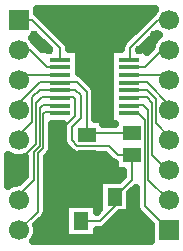
<source format=gtl>
G04 DipTrace Beta 3.0.9.0*
G04 BOARD.gtl*
%MOIN*%
G04 #@! TF.FileFunction,Copper,L1,Top*
G04 #@! TF.Part,Single*
G04 #@! TA.AperFunction,Conductor*
%ADD11C,0.006*%
G04 #@! TA.AperFunction,CopperBalancing*
%ADD13C,0.025*%
%ADD14R,0.051181X0.059055*%
%ADD15R,0.059055X0.051181*%
G04 #@! TA.AperFunction,ComponentPad*
%ADD16R,0.066929X0.066929*%
%ADD17C,0.066929*%
%ADD18R,0.070866X0.015748*%
G04 #@! TA.AperFunction,ViaPad*
%ADD19C,0.03*%
%FSLAX26Y26*%
G04*
G70*
G90*
G75*
G01*
G04 Top*
%LPD*%
X469000Y1169000D2*
D11*
X512749D1*
X606500Y1075249D1*
Y1037751D1*
X469000Y1069000D2*
X506501D1*
X562751Y1012751D1*
X605909D1*
X606500Y1012160D1*
X469000Y969000D2*
X475249D1*
X494000Y987751D1*
X605319D1*
X606500Y986570D1*
X469000Y869000D2*
Y894000D1*
X537751Y962751D1*
X604728D1*
X606500Y960979D1*
X844000Y793803D2*
X700054D1*
X694000Y787749D1*
Y931501D1*
X662751Y962751D1*
X608272D1*
X606500Y960979D1*
X469000Y769000D2*
Y787749D1*
X512751Y831500D1*
Y912751D1*
X537751Y937751D1*
X604138D1*
X606500Y935388D1*
X844000Y719000D2*
Y637751D1*
X787749Y581500D1*
Y550249D1*
X737751Y500251D1*
X675249D1*
X844000Y719000D2*
X800249D1*
X769000Y750249D1*
X662751D1*
X644000Y769000D1*
Y812751D1*
X675249Y844000D1*
Y919001D1*
X656500Y937751D1*
X608862D1*
X606500Y935388D1*
X469000Y669000D2*
Y700251D1*
X525249Y756500D1*
Y894000D1*
X544000Y912751D1*
X603547D1*
X606500Y909798D1*
X694000Y712946D2*
X668804D1*
X625249Y756501D1*
Y818999D1*
X656500Y850249D1*
Y906500D1*
X650249Y912751D1*
X609453D1*
X606500Y909798D1*
X600446Y500251D2*
Y544194D1*
X622126Y565874D1*
X637752Y581500D1*
X712946D1*
Y619000D1*
Y669000D1*
Y694000D1*
X694000Y712946D1*
X619000Y569000D2*
X622126Y565874D1*
X719000Y669000D2*
X712946D1*
X719000Y619000D2*
X712946D1*
X469000Y569000D2*
Y587751D1*
X519000Y637751D1*
Y731499D1*
X537751Y750249D1*
Y875252D1*
X550249Y887751D1*
X602957D1*
X606500Y884207D1*
X469000Y469000D2*
X531500Y531500D1*
Y725251D1*
X550249Y744000D1*
Y856500D1*
X556500Y862751D1*
X602366D1*
X606500Y858617D1*
X969000Y1169000D2*
X931500D1*
X837751Y1075249D1*
Y1040655D1*
X834846Y1037751D1*
X969000Y1069000D2*
X944000D1*
X887751Y1012751D1*
X835436D1*
X834846Y1012160D1*
X969000Y969000D2*
X956500D1*
X937751Y987751D1*
X836026D1*
X834846Y986570D1*
X969000Y869000D2*
Y887749D1*
X894000Y962751D1*
X836617D1*
X834846Y960979D1*
X969000Y769000D2*
Y781500D1*
X925249Y825251D1*
Y906500D1*
X894000Y937751D1*
X837207D1*
X834846Y935388D1*
X969000Y669000D2*
X962751D1*
X912749Y719000D1*
Y894000D1*
X894000Y912751D1*
X837798D1*
X834846Y909798D1*
X969000Y569000D2*
X900249Y637749D1*
Y869000D1*
X881500Y887751D1*
X838388D1*
X834846Y884207D1*
X969000Y469000D2*
X887749Y550251D1*
Y837749D1*
X869000Y856500D1*
X836971D1*
X834854Y858617D1*
D19*
X819000Y519000D3*
X869000D3*
Y469000D3*
X819000D3*
X569000Y669000D3*
X619000D3*
X569000Y619000D3*
X619000D3*
X569000Y569000D3*
X619000D3*
Y719000D3*
X669000Y669000D3*
Y619000D3*
X719000Y669000D3*
Y619000D3*
X769000Y669000D3*
X569000Y719000D3*
Y1169000D3*
X619000D3*
X669000D3*
X719000D3*
X769000D3*
X819000D3*
X869000D3*
X819000Y1119000D3*
X769000D3*
X719000D3*
X669000D3*
X619000D3*
X669000Y1069000D3*
X719000D3*
X769000D3*
X719000Y1019000D3*
Y969000D3*
X519000Y1119000D3*
X919000D3*
X869000Y1069000D3*
X569000D3*
X545327Y1180631D2*
D13*
X898921D1*
X570181Y1155762D2*
X874067D1*
X595034Y1130894D2*
X849214D1*
X518667Y1106025D2*
X531538D1*
X619937D2*
X824311D1*
X538541Y1081156D2*
X556391D1*
X637906D2*
X806343D1*
X887857D2*
X907759D1*
X670913Y1056287D2*
X770406D1*
X670913Y1031419D2*
X770406D1*
X670913Y1006550D2*
X770406D1*
X688003Y981681D2*
X770406D1*
X712906Y956812D2*
X770406D1*
X725991Y931944D2*
X770406D1*
X725991Y907075D2*
X770406D1*
X725991Y882206D2*
X770406D1*
X725991Y857337D2*
X770406D1*
X752505Y832469D2*
X770406D1*
X582241Y807600D2*
X612007D1*
X582241Y782731D2*
X612007D1*
X582241Y757862D2*
X614205D1*
X580093Y732993D2*
X635786D1*
X435000Y708125D2*
X487007D1*
X563491D2*
X766938D1*
X435000Y683256D2*
X487007D1*
X563491D2*
X785493D1*
X435000Y658387D2*
X487007D1*
X563491D2*
X812007D1*
X435000Y633518D2*
X470551D1*
X563491D2*
X733150D1*
X563491Y608650D2*
X733150D1*
X563491Y583781D2*
X733150D1*
X842349D2*
X855757D1*
X563491Y558912D2*
X733150D1*
X842349D2*
X855757D1*
X563491Y534043D2*
X620650D1*
X842349D2*
X860639D1*
X553383Y509175D2*
X620650D1*
X790883D2*
X884614D1*
X529458Y484306D2*
X620650D1*
X766030D2*
X906538D1*
X530678Y459437D2*
X620650D1*
X729849D2*
X906538D1*
X520571Y434568D2*
X906538D1*
X545104Y1072125D2*
X567955D1*
X528982Y1111049D1*
X528965Y1109035D1*
X513681D1*
X520129Y1100332D1*
X524054Y1092699D1*
X527361Y1089860D1*
X545073Y1072147D1*
X636022Y1072125D2*
X668433D1*
Y991696D1*
X674039Y990005D1*
X680091Y986617D1*
X683610Y983610D1*
X716432Y950660D1*
X720285Y944894D1*
X722685Y938388D1*
X723500Y931501D1*
X723487Y931167D1*
X723500Y839850D1*
X750028Y839840D1*
X750054Y823303D1*
X787993D1*
X784287Y824243D1*
X772921D1*
X772962Y1020944D1*
X772913Y1072125D1*
X808217D1*
X808614Y1079864D1*
X810496Y1086538D1*
X813885Y1092589D1*
X816891Y1096109D1*
X912661Y1191684D1*
X920488Y1204247D1*
X921478Y1205503D1*
X528987Y1205500D1*
X528965Y1193661D1*
X533609Y1189860D1*
X628932Y1094408D1*
X632785Y1088642D1*
X635185Y1082136D1*
X636000Y1075249D1*
X635987Y1074915D1*
X636000Y1072173D1*
X616822Y824243D2*
X579713D1*
X579659Y741685D1*
X578306Y734885D1*
X575403Y728587D1*
X571109Y723140D1*
X570864Y722913D1*
X561000Y712751D1*
X560909Y529185D1*
X559556Y522385D1*
X556654Y516087D1*
X552360Y510640D1*
X552114Y510413D1*
X526776Y485056D1*
X528226Y478381D1*
X528965Y469000D1*
X528226Y459619D1*
X526030Y450470D1*
X522429Y441777D1*
X517512Y433753D1*
X516522Y432497D1*
X909013Y432500D1*
X909035Y487307D1*
X865318Y531092D1*
X861465Y536858D1*
X859064Y543364D1*
X858249Y550251D1*
X858262Y550585D1*
X858249Y610260D1*
X839828Y591860D1*
X839840Y525472D1*
X804635D1*
X756909Y477819D1*
X751143Y473966D1*
X744638Y471566D1*
X737751Y470751D1*
X737416Y470764D1*
X727350Y470751D1*
X727340Y444223D1*
X623159D1*
Y556278D1*
X727340D1*
Y531522D1*
X735639Y539858D1*
X735659Y637528D1*
X802245Y637715D1*
X814500Y650251D1*
Y666902D1*
X787972Y666909D1*
Y692154D1*
X782909Y695134D1*
X779390Y698140D1*
X756500Y720749D1*
X660436Y720840D1*
X653635Y722193D1*
X647337Y725096D1*
X641891Y729390D1*
X641664Y729635D1*
X621568Y749841D1*
X617715Y755608D1*
X615315Y762113D1*
X614500Y769000D1*
X614513Y769335D1*
X614591Y815066D1*
X615944Y821866D1*
X616840Y824245D1*
X876282Y1072125D2*
X896780D1*
Y1063482D1*
X909462Y1076181D1*
X910693Y1082999D1*
X913600Y1091948D1*
X917871Y1100332D1*
X923403Y1107944D1*
X930056Y1114597D1*
X935941Y1118974D1*
X928773Y1124589D1*
X876367Y1072147D1*
X489514Y712702D2*
X482999Y710693D1*
X473705Y709220D1*
X464295D1*
X455001Y710693D1*
X446052Y713600D1*
X437668Y717871D1*
X432497Y721478D1*
X432500Y616584D1*
X441777Y622429D1*
X450470Y626030D1*
X459619Y628226D1*
X468504Y628945D1*
X489500Y650251D1*
Y712604D1*
D14*
X675249Y500251D3*
X600446D3*
X787749Y581500D3*
X712946D3*
D15*
X694000Y787749D3*
Y712946D3*
D16*
X469000Y1169000D3*
D17*
Y1069000D3*
Y969000D3*
Y869000D3*
Y769000D3*
Y669000D3*
Y569000D3*
Y469000D3*
D16*
X969000D3*
D17*
Y569000D3*
Y669000D3*
Y769000D3*
Y869000D3*
Y969000D3*
Y1069000D3*
Y1169000D3*
D15*
X844000Y719000D3*
Y793803D3*
D18*
X606500Y1037751D3*
Y1012160D3*
Y986570D3*
Y960979D3*
Y935388D3*
Y909798D3*
Y884207D3*
Y858617D3*
X834854D3*
X834846Y884207D3*
Y909798D3*
Y935388D3*
Y960979D3*
Y986570D3*
Y1012160D3*
Y1037751D3*
M02*

</source>
